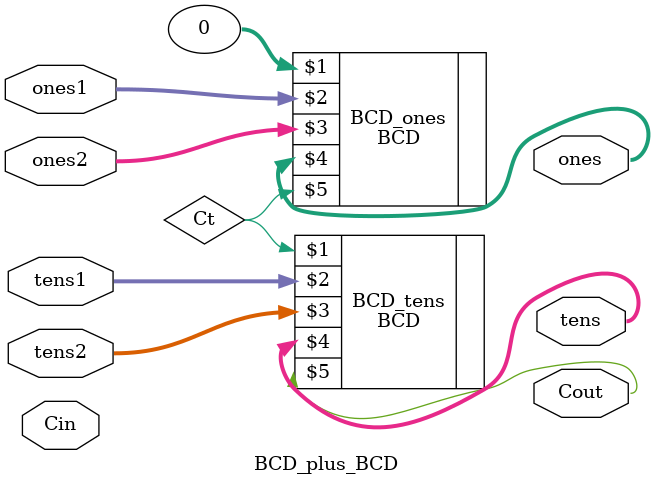
<source format=v>
`timescale 1ns / 1ps


module BCD_plus_BCD(
    input [3:0] ones1,
    input [3:0] ones2,
    input [3:0] tens1,
    input [3:0] tens2,
    input Cin,
    output [3:0] ones,
    output [3:0] tens,
    output Cout
    );
    
    wire Ct;
    
    BCD BCD_ones(0, ones1, ones2, ones, Ct);
    BCD BCD_tens(Ct, tens1, tens2, tens, Cout);
        
endmodule

</source>
